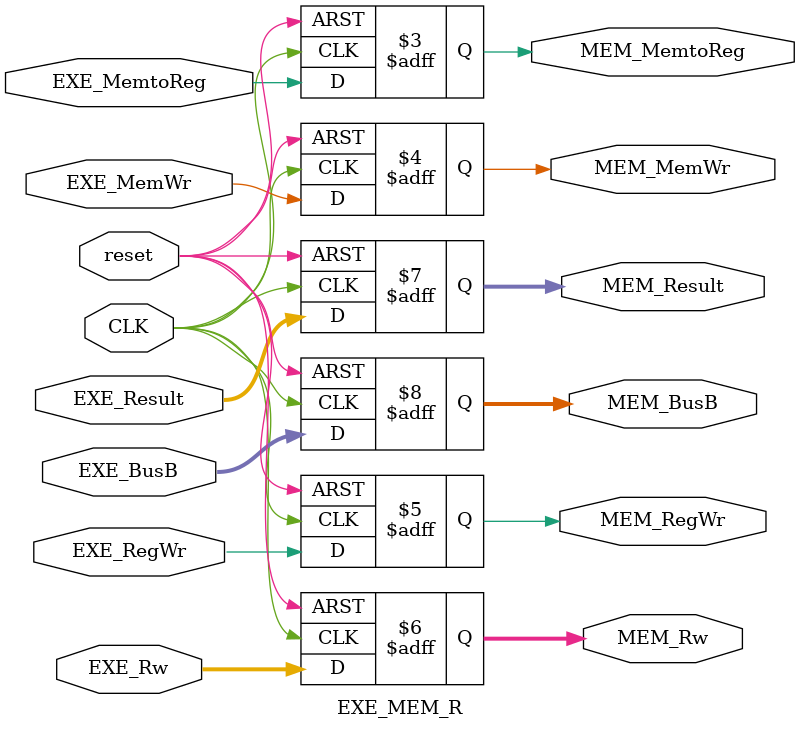
<source format=v>
`timescale 1ns / 1ps
module EXE_MEM_R(
	EXE_MemtoReg, EXE_MemWr, EXE_RegWr, EXE_Rw, EXE_Result, EXE_BusB,
	MEM_MemtoReg, MEM_MemWr, MEM_RegWr, MEM_Rw, MEM_Result, MEM_BusB,
	CLK, reset
);
input CLK, reset;
input EXE_MemtoReg, EXE_MemWr, EXE_RegWr;
input [4:0] EXE_Rw;
input [31:0] EXE_Result, EXE_BusB;
output MEM_MemtoReg, MEM_MemWr, MEM_RegWr;
output [4:0] MEM_Rw;
output [31:0] MEM_Result, MEM_BusB;
reg MEM_MemtoReg, MEM_MemWr, MEM_RegWr;
reg [4:0] MEM_Rw;
reg [31:0] MEM_Result, MEM_BusB;
always @ (negedge reset or posedge CLK)
	if (reset == 0)
	begin
		MEM_MemtoReg <= 0; 
		MEM_MemWr <= 0; 
		MEM_RegWr <= 0; 
		MEM_Rw <= 0;
		MEM_Result <= 0; 
		MEM_BusB <= 0;
	end
	else
	begin
		MEM_MemtoReg <= EXE_MemtoReg; 
		MEM_MemWr <= EXE_MemWr; 
		MEM_RegWr <= EXE_RegWr; 
		MEM_Rw <= EXE_Rw;
		MEM_Result <= EXE_Result; 
		MEM_BusB <= EXE_BusB;
	end
endmodule

</source>
